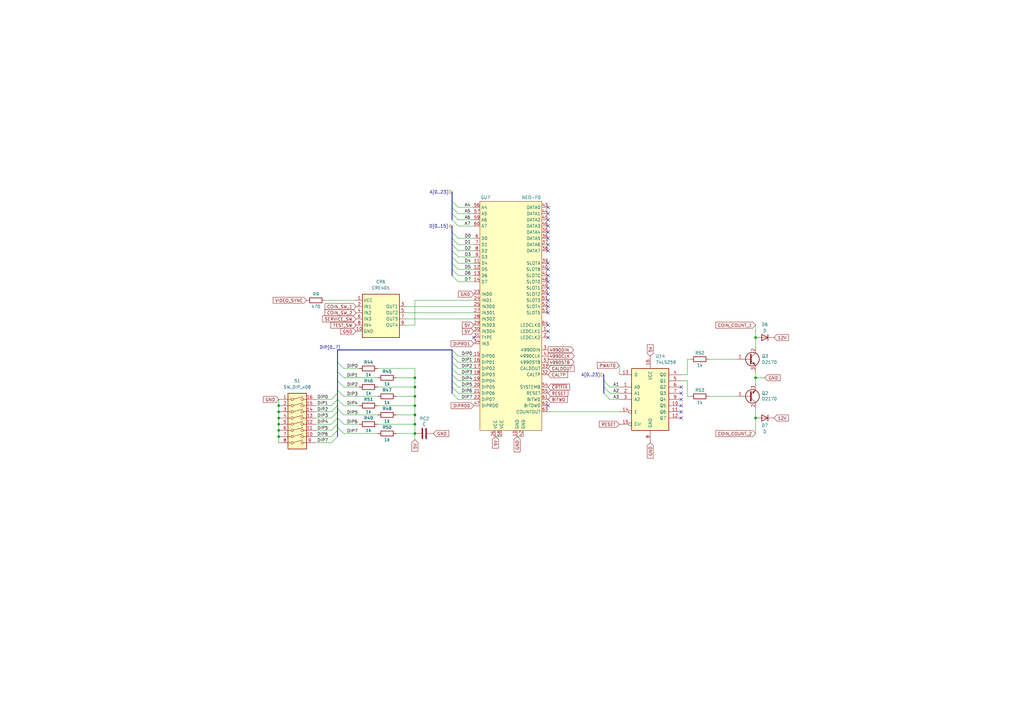
<source format=kicad_sch>
(kicad_sch (version 20250114) (generator "eeschema") (generator_version "9.0")
  (paper "A3")
  (title_block (title "NEO-MVH MV1FZS") (date "2025-10-13") (comment 1 "Not official schematic from SNK") (comment 2 "Use at your own discretion"))
  (lib_symbols
    (symbol "74xx:74LS259" (pin_names (offset 1.016))
      (property "Reference" "U" (at -7.62 13.97 0))
      (property "Value" "74LS259" (at -7.62 -13.97 0))
      (symbol "74LS259_1_0"
        (pin input line (at -12.7 10.16 0) (length 5.08) (name "D") (number "13"))
        (pin input line (at -12.7 5.08 0) (length 5.08) (name "A0") (number "1"))
        (pin input line (at -12.7 2.54 0) (length 5.08) (name "A1") (number "2"))
        (pin input line (at -12.7 0 0) (length 5.08) (name "A2") (number "3"))
        (pin input inverted (at -12.7 -5.08 0) (length 5.08) (name "E") (number "14"))
        (pin input inverted (at -12.7 -10.16 0) (length 5.08) (name "Clr") (number "15"))
        (pin power_in line (at 0 17.78 270) (length 5.08) (name "VCC") (number "16"))
        (pin power_in line (at 0 -17.78 90) (length 5.08) (name "GND") (number "8"))
        (pin output line (at 12.7 10.16 180) (length 5.08) (name "Q0") (number "4"))
        (pin output line (at 12.7 7.62 180) (length 5.08) (name "Q1") (number "5"))
        (pin output line (at 12.7 5.08 180) (length 5.08) (name "Q2") (number "6"))
        (pin output line (at 12.7 2.54 180) (length 5.08) (name "Q3") (number "7"))
        (pin output line (at 12.7 0 180) (length 5.08) (name "Q4") (number "9"))
        (pin output line (at 12.7 -2.54 180) (length 5.08) (name "Q5") (number "10"))
        (pin output line (at 12.7 -5.08 180) (length 5.08) (name "Q6") (number "11"))
        (pin output line (at 12.7 -7.62 180) (length 5.08) (name "Q7") (number "12"))
      )
      (symbol "74LS259_1_1"
        (rectangle (start -7.62 12.7) (end 7.62 -12.7) (stroke (width 0.254)) (fill (type background)))
      )
    )
    (symbol "Device:C" (pin_numbers (hide yes)) (pin_names (offset 0.254))
      (property "Reference" "C" (at 0.635 2.54 0))
      (property "Value" "C" (at 0.635 -2.54 0))
      (symbol "C_0_1"
        (polyline (pts (xy -2.032 0.762) (xy 2.032 0.762)) (stroke (width 0.508)))
        (polyline (pts (xy -2.032 -0.762) (xy 2.032 -0.762)) (stroke (width 0.508)))
      )
      (symbol "C_1_1"
        (pin passive line (at 0 3.81 270) (length 2.794) (name "~") (number "1"))
        (pin passive line (at 0 -3.81 90) (length 2.794) (name "~") (number "2"))
      )
    )
    (symbol "Device:D" (pin_numbers (hide yes)) (pin_names (offset 1.016) (hide yes))
      (property "Reference" "D" (at 0 2.54 0))
      (property "Value" "D" (at 0 -2.54 0))
      (symbol "D_0_1"
        (polyline (pts (xy -1.27 1.27) (xy -1.27 -1.27)) (stroke (width 0.254)))
        (polyline (pts (xy 1.27 1.27) (xy 1.27 -1.27) (xy -1.27 0) (xy 1.27 1.27)) (stroke (width 0.254)))
        (polyline (pts (xy 1.27 0) (xy -1.27 0)))
      )
      (symbol "D_1_1"
        (pin passive line (at -3.81 0 0) (length 2.54) (name "K") (number "1"))
        (pin passive line (at 3.81 0 180) (length 2.54) (name "A") (number "2"))
      )
    )
    (symbol "Device:R" (pin_numbers (hide yes)) (pin_names (offset 0))
      (property "Reference" "R" (at 2.032 0 90))
      (property "Value" "R" (at 0 0 90))
      (symbol "R_0_1"
        (rectangle (start -1.016 -2.54) (end 1.016 2.54) (stroke (width 0.254)))
      )
      (symbol "R_1_1"
        (pin passive line (at 0 3.81 270) (length 1.27) (name "~") (number "1"))
        (pin passive line (at 0 -3.81 90) (length 1.27) (name "~") (number "2"))
      )
    )
    (symbol "Neo Geo:CRE401"
      (property "Reference" "U" (at -7.62 10.16 0))
      (property "Value" "CRE401" (at -7.62 -10.16 0))
      (symbol "CRE401_1_1"
        (rectangle (start -7.62 8.89) (end 7.62 -8.89) (stroke (width 0.254)) (fill (type background)))
        (pin output line (at -10.16 3.81 0) (length 2.54) (name "OUT1") (number "3"))
        (pin output line (at -10.16 1.27 0) (length 2.54) (name "OUT2") (number "5"))
        (pin output line (at -10.16 -1.27 0) (length 2.54) (name "OUT3") (number "7"))
        (pin output line (at -10.16 -3.81 0) (length 2.54) (name "OUT4") (number "9"))
        (pin power_in line (at 10.16 6.35 180) (length 2.54) (name "VCC") (number "1"))
        (pin input line (at 10.16 3.81 180) (length 2.54) (name "IN1") (number "2"))
        (pin input line (at 10.16 1.27 180) (length 2.54) (name "IN2") (number "4"))
        (pin input line (at 10.16 -1.27 180) (length 2.54) (name "IN3") (number "6"))
        (pin input line (at 10.16 -3.81 180) (length 2.54) (name "IN4") (number "8"))
        (pin power_in line (at 10.16 -6.35 180) (length 2.54) (name "GND") (number "10"))
      )
    )
    (symbol "Neo Geo:NEO-F0"
      (property "Reference" "U" (at 0 0 0))
      (symbol "NEO-F0_1_1"
        (rectangle (start -12.7 48.26) (end 12.7 -45.72) (fill (type background)))
        (pin input line (at -15.24 45.72 0) (length 2.54) (name "A4") (number "56"))
        (pin input line (at -15.24 43.18 0) (length 2.54) (name "A5") (number "57"))
        (pin input line (at -15.24 40.64 0) (length 2.54) (name "A6") (number "59"))
        (pin input line (at -15.24 38.1 0) (length 2.54) (name "A7") (number "60"))
        (pin bidirectional line (at -15.24 33.02 0) (length 2.54) (name "D0") (number "6"))
        (pin bidirectional line (at -15.24 30.48 0) (length 2.54) (name "D1") (number "7"))
        (pin bidirectional line (at -15.24 27.94 0) (length 2.54) (name "D2") (number "8"))
        (pin bidirectional line (at -15.24 25.4 0) (length 2.54) (name "D3") (number "9"))
        (pin bidirectional line (at -15.24 22.86 0) (length 2.54) (name "D4") (number "11"))
        (pin bidirectional line (at -15.24 20.32 0) (length 2.54) (name "D5") (number "12"))
        (pin bidirectional line (at -15.24 17.78 0) (length 2.54) (name "D6") (number "13"))
        (pin bidirectional line (at -15.24 15.24 0) (length 2.54) (name "D7") (number "14"))
        (pin input line (at -15.24 10.16 0) (length 2.54) (name "IN00") (number "23"))
        (pin input line (at -15.24 7.62 0) (length 2.54) (name "IN01") (number "24"))
        (pin input line (at -15.24 5.08 0) (length 2.54) (name "IN300") (number "25"))
        (pin input line (at -15.24 2.54 0) (length 2.54) (name "IN301") (number "27"))
        (pin input line (at -15.24 0 0) (length 2.54) (name "IN302") (number "28"))
        (pin input line (at -15.24 -2.54 0) (length 2.54) (name "IN303") (number "29"))
        (pin input line (at -15.24 -5.08 0) (length 2.54) (name "IN304") (number "30"))
        (pin input line (at -15.24 -7.62 0) (length 2.54) (name "TYPE") (number "31"))
        (pin input line (at -15.24 -10.16 0) (length 2.54) (name "IN3") (number "34"))
        (pin input line (at -15.24 -15.24 0) (length 2.54) (name "DIP00") (number "15"))
        (pin input line (at -15.24 -17.78 0) (length 2.54) (name "DIP01") (number "16"))
        (pin input line (at -15.24 -20.32 0) (length 2.54) (name "DIP02") (number "17"))
        (pin input line (at -15.24 -22.86 0) (length 2.54) (name "DIP03") (number "18"))
        (pin input line (at -15.24 -25.4 0) (length 2.54) (name "DIP04") (number "19"))
        (pin input line (at -15.24 -27.94 0) (length 2.54) (name "DIP05") (number "20"))
        (pin input line (at -15.24 -30.48 0) (length 2.54) (name "DIP06") (number "21"))
        (pin input line (at -15.24 -33.02 0) (length 2.54) (name "DIP07") (number "22"))
        (pin input line (at -15.24 -35.56 0) (length 2.54) (name "DIPRD0") (number "47"))
        (pin power_in line (at -6.35 -48.26 90) (length 2.54) (name "VCC") (number "26"))
        (pin power_in line (at -3.81 -48.26 90) (length 2.54) (name "VCC") (number "58"))
        (pin power_in line (at 2.54 -48.26 90) (length 2.54) (name "GND") (number "10"))
        (pin power_in line (at 5.08 -48.26 90) (length 2.54) (name "GND") (number "42"))
        (pin output line (at 15.24 45.72 180) (length 2.54) (name "DATA0") (number "43"))
        (pin output line (at 15.24 43.18 180) (length 2.54) (name "DATA1") (number "44"))
        (pin output line (at 15.24 40.64 180) (length 2.54) (name "DATA2") (number "45"))
        (pin output line (at 15.24 38.1 180) (length 2.54) (name "DATA3") (number "46"))
        (pin output line (at 15.24 35.56 180) (length 2.54) (name "DATA4") (number "35"))
        (pin output line (at 15.24 33.02 180) (length 2.54) (name "DATA5") (number "36"))
        (pin output line (at 15.24 30.48 180) (length 2.54) (name "DATA6") (number "37"))
        (pin output line (at 15.24 27.94 180) (length 2.54) (name "DATA7") (number "38"))
        (pin output line (at 15.24 22.86 180) (length 2.54) (name "SLOTA") (number "39"))
        (pin output line (at 15.24 20.32 180) (length 2.54) (name "SLOTB") (number "40"))
        (pin output line (at 15.24 17.78 180) (length 2.54) (name "SLOTC") (number "41"))
        (pin output line (at 15.24 15.24 180) (length 2.54) (name "SLOT0") (number "48"))
        (pin output line (at 15.24 12.7 180) (length 2.54) (name "SLOT1") (number "49"))
        (pin output line (at 15.24 10.16 180) (length 2.54) (name "SLOT2") (number "50"))
        (pin output line (at 15.24 7.62 180) (length 2.54) (name "SLOT3") (number "51"))
        (pin output line (at 15.24 5.08 180) (length 2.54) (name "SLOT4") (number "52"))
        (pin output line (at 15.24 2.54 180) (length 2.54) (name "SLOT5") (number "53"))
        (pin output line (at 15.24 -2.54 180) (length 2.54) (name "LEDCLK0") (number "64"))
        (pin output line (at 15.24 -5.08 180) (length 2.54) (name "LEDCLK1") (number "1"))
        (pin output line (at 15.24 -7.62 180) (length 2.54) (name "LEDCLK2") (number "2"))
        (pin output line (at 15.24 -12.7 180) (length 2.54) (name "4990DIN") (number "3"))
        (pin output line (at 15.24 -15.24 180) (length 2.54) (name "4990CLK") (number "4"))
        (pin output line (at 15.24 -17.78 180) (length 2.54) (name "4990STB") (number "5"))
        (pin input line (at 15.24 -20.32 180) (length 2.54) (name "CALDOUT") (number "33"))
        (pin input line (at 15.24 -22.86 180) (length 2.54) (name "CALTP") (number "32"))
        (pin input line (at 15.24 -27.94 180) (length 2.54) (name "SYSTEMB") (number "54"))
        (pin input line (at 15.24 -30.48 180) (length 2.54) (name "RESET") (number "55"))
        (pin input line (at 15.24 -33.02 180) (length 2.54) (name "BITW0") (number "61"))
        (pin output line (at 15.24 -35.56 180) (length 2.54) (name "BITDW0") (number "62"))
        (pin output line (at 15.24 -38.1 180) (length 2.54) (name "COUNTOUT") (number "63"))
      )
    )
    (symbol "R_1" (pin_numbers (hide yes)) (pin_names (offset 0))
      (property "Reference" "R9" (at 2.54 0 90))
      (property "Value" "470" (at -2.54 0 90))
      (symbol "R_1_0_1"
        (rectangle (start -1.016 -2.54) (end 1.016 2.54) (stroke (width 0.254)))
      )
      (symbol "R_1_1_1"
        (pin power_out line (at 0 3.81 270) (length 1.27) (name "~") (number "1"))
        (pin passive line (at 0 -3.81 90) (length 1.27) (name "~") (number "2"))
      )
    )
    (symbol "Switch:SW_DIP_x08" (pin_names (offset 0) (hide yes))
      (property "Reference" "SW" (at 0 13.97 0))
      (property "Value" "SW_DIP_x08" (at 0 -11.43 0))
      (symbol "SW_DIP_x08_0_0"
        (circle (center -2.032 10.16) (radius 0.508))
        (circle (center -2.032 7.62) (radius 0.508))
        (circle (center -2.032 5.08) (radius 0.508))
        (circle (center -2.032 2.54) (radius 0.508))
        (circle (center -2.032 0) (radius 0.508))
        (circle (center -2.032 -2.54) (radius 0.508))
        (circle (center -2.032 -5.08) (radius 0.508))
        (circle (center -2.032 -7.62) (radius 0.508))
        (polyline (pts (xy -1.524 10.287) (xy 2.3622 11.3284)))
        (polyline (pts (xy -1.524 7.747) (xy 2.3622 8.7884)))
        (polyline (pts (xy -1.524 5.207) (xy 2.3622 6.2484)))
        (polyline (pts (xy -1.524 2.667) (xy 2.3622 3.7084)))
        (polyline (pts (xy -1.524 0.127) (xy 2.3622 1.1684)))
        (polyline (pts (xy -1.524 -2.3876) (xy 2.3622 -1.3462)))
        (polyline (pts (xy -1.524 -4.9276) (xy 2.3622 -3.8862)))
        (polyline (pts (xy -1.524 -7.4676) (xy 2.3622 -6.4262)))
        (circle (center 2.032 10.16) (radius 0.508))
        (circle (center 2.032 7.62) (radius 0.508))
        (circle (center 2.032 5.08) (radius 0.508))
        (circle (center 2.032 2.54) (radius 0.508))
        (circle (center 2.032 0) (radius 0.508))
        (circle (center 2.032 -2.54) (radius 0.508))
        (circle (center 2.032 -5.08) (radius 0.508))
        (circle (center 2.032 -7.62) (radius 0.508))
      )
      (symbol "SW_DIP_x08_0_1"
        (rectangle (start -3.81 12.7) (end 3.81 -10.16) (stroke (width 0.254)) (fill (type background)))
      )
      (symbol "SW_DIP_x08_1_1"
        (pin passive line (at -7.62 10.16 0) (length 5.08) (name "~") (number "1"))
        (pin passive line (at -7.62 7.62 0) (length 5.08) (name "~") (number "2"))
        (pin passive line (at -7.62 5.08 0) (length 5.08) (name "~") (number "3"))
        (pin passive line (at -7.62 2.54 0) (length 5.08) (name "~") (number "4"))
        (pin passive line (at -7.62 0 0) (length 5.08) (name "~") (number "5"))
        (pin passive line (at -7.62 -2.54 0) (length 5.08) (name "~") (number "6"))
        (pin passive line (at -7.62 -5.08 0) (length 5.08) (name "~") (number "7"))
        (pin passive line (at -7.62 -7.62 0) (length 5.08) (name "~") (number "8"))
        (pin passive line (at 7.62 10.16 180) (length 5.08) (name "~") (number "16"))
        (pin passive line (at 7.62 7.62 180) (length 5.08) (name "~") (number "15"))
        (pin passive line (at 7.62 5.08 180) (length 5.08) (name "~") (number "14"))
        (pin passive line (at 7.62 2.54 180) (length 5.08) (name "~") (number "13"))
        (pin passive line (at 7.62 0 180) (length 5.08) (name "~") (number "12"))
        (pin passive line (at 7.62 -2.54 180) (length 5.08) (name "~") (number "11"))
        (pin passive line (at 7.62 -5.08 180) (length 5.08) (name "~") (number "10"))
        (pin passive line (at 7.62 -7.62 180) (length 5.08) (name "~") (number "9"))
      )
    )
    (symbol "Transistor_BJT:BCX56" (pin_names (offset 0) (hide yes))
      (property "Reference" "Q" (at 5.08 1.905 0))
      (property "Value" "BCX56" (at 5.08 0 0))
      (symbol "BCX56_0_1"
        (polyline (pts (xy -2.54 0) (xy 0.635 0)))
        (polyline (pts (xy 0.635 1.905) (xy 0.635 -1.905)) (stroke (width 0.508)))
        (circle (center 1.27 0) (radius 2.8194) (stroke (width 0.254)))
      )
      (symbol "BCX56_1_1"
        (polyline (pts (xy 0.635 0.635) (xy 2.54 2.54)))
        (polyline (pts (xy 0.635 -0.635) (xy 2.54 -2.54)))
        (polyline (pts (xy 1.27 -1.778) (xy 1.778 -1.27) (xy 2.286 -2.286) (xy 1.27 -1.778)) (fill (type outline)))
        (pin input line (at -5.08 0 0) (length 2.54) (name "B") (number "1"))
        (pin passive line (at 2.54 5.08 270) (length 2.54) (name "C") (number "2"))
        (pin passive line (at 2.54 -5.08 90) (length 2.54) (name "E") (number "3"))
      )
    )
  )
  (junction (at 114.3 173.99))
  (junction (at 309.88 154.94))
  (junction (at 114.3 179.07))
  (junction (at 114.3 166.37))
  (junction (at 170.18 170.18))
  (junction (at 170.18 154.94))
  (junction (at 170.18 177.8))
  (junction (at 309.88 171.45))
  (junction (at 170.18 158.75))
  (junction (at 309.88 138.43))
  (junction (at 114.3 176.53))
  (junction (at 114.3 171.45))
  (junction (at 170.18 166.37))
  (junction (at 170.18 162.56))
  (junction (at 170.18 173.99))
  (junction (at 114.3 168.91))
  (no_connect (at 279.4 168.91))
  (no_connect (at 224.79 123.19))
  (no_connect (at 224.79 92.71))
  (no_connect (at 224.79 85.09))
  (no_connect (at 224.79 120.65))
  (no_connect (at 224.79 135.89))
  (no_connect (at 224.79 113.03))
  (no_connect (at 224.79 102.87))
  (no_connect (at 279.4 161.29))
  (no_connect (at 224.79 100.33))
  (no_connect (at 224.79 138.43))
  (no_connect (at 279.4 163.83))
  (no_connect (at 224.79 125.73))
  (no_connect (at 279.4 171.45))
  (no_connect (at 224.79 128.27))
  (no_connect (at 279.4 166.37))
  (no_connect (at 224.79 115.57))
  (no_connect (at 224.79 118.11))
  (no_connect (at 279.4 158.75))
  (no_connect (at 224.79 107.95))
  (no_connect (at 224.79 110.49))
  (no_connect (at 224.79 90.17))
  (no_connect (at 224.79 87.63))
  (no_connect (at 224.79 95.25))
  (no_connect (at 224.79 166.37))
  (no_connect (at 224.79 97.79))
  (no_connect (at 224.79 133.35))
  (no_connect (at 194.31 138.43))
  (bus_entry (at 138.43 176.53) (size -2.54 2.54))
  (bus_entry (at 138.43 173.99) (size -2.54 2.54))
  (bus_entry (at 247.65 156.21) (size 2.54 2.54))
  (bus_entry (at 185.42 100.33) (size 2.54 2.54))
  (bus_entry (at 185.42 143.51) (size 2.54 2.54))
  (bus_entry (at 138.43 156.21) (size 2.54 2.54))
  (bus_entry (at 185.42 148.59) (size 2.54 2.54))
  (bus_entry (at 185.42 95.25) (size 2.54 2.54))
  (bus_entry (at 185.42 158.75) (size 2.54 2.54))
  (bus_entry (at 138.43 179.07) (size -2.54 2.54))
  (bus_entry (at 247.65 161.29) (size 2.54 2.54))
  (bus_entry (at 138.43 171.45) (size -2.54 2.54))
  (bus_entry (at 185.42 153.67) (size 2.54 2.54))
  (bus_entry (at 138.43 160.02) (size 2.54 2.54))
  (bus_entry (at 138.43 167.64) (size 2.54 2.54))
  (bus_entry (at 138.43 168.91) (size -2.54 2.54))
  (bus_entry (at 185.42 85.09) (size 2.54 2.54))
  (bus_entry (at 185.42 82.55) (size 2.54 2.54))
  (bus_entry (at 185.42 107.95) (size 2.54 2.54))
  (bus_entry (at 185.42 146.05) (size 2.54 2.54))
  (bus_entry (at 138.43 166.37) (size -2.54 2.54))
  (bus_entry (at 247.65 158.75) (size 2.54 2.54))
  (bus_entry (at 185.42 110.49) (size 2.54 2.54))
  (bus_entry (at 138.43 171.45) (size 2.54 2.54))
  (bus_entry (at 138.43 161.29) (size -2.54 2.54))
  (bus_entry (at 185.42 156.21) (size 2.54 2.54))
  (bus_entry (at 138.43 163.83) (size 2.54 2.54))
  (bus_entry (at 185.42 161.29) (size 2.54 2.54))
  (bus_entry (at 185.42 102.87) (size 2.54 2.54))
  (bus_entry (at 185.42 87.63) (size 2.54 2.54))
  (bus_entry (at 138.43 148.59) (size 2.54 2.54))
  (bus_entry (at 138.43 175.26) (size 2.54 2.54))
  (bus_entry (at 185.42 151.13) (size 2.54 2.54))
  (bus_entry (at 185.42 105.41) (size 2.54 2.54))
  (bus_entry (at 185.42 113.03) (size 2.54 2.54))
  (bus_entry (at 185.42 97.79) (size 2.54 2.54))
  (bus_entry (at 185.42 90.17) (size 2.54 2.54))
  (bus_entry (at 138.43 163.83) (size -2.54 2.54))
  (bus_entry (at 138.43 152.4) (size 2.54 2.54))
  (wire (pts (xy 162.56 162.56) (xy 170.18 162.56)))
  (bus (pts (xy 138.43 160.02) (xy 138.43 161.29)))
  (wire (pts (xy 114.3 168.91) (xy 114.3 171.45)))
  (wire (pts (xy 203.2 179.07) (xy 205.74 179.07)))
  (wire (pts (xy 281.94 156.21) (xy 279.4 156.21)))
  (wire (pts (xy 212.09 179.07) (xy 214.63 179.07)))
  (wire (pts (xy 114.3 171.45) (xy 114.3 173.99)))
  (wire (pts (xy 114.3 173.99) (xy 114.3 176.53)))
  (bus (pts (xy 185.42 148.59) (xy 185.42 151.13)))
  (wire (pts (xy 283.21 162.56) (xy 281.94 162.56)))
  (wire (pts (xy 187.96 115.57) (xy 194.31 115.57)))
  (bus (pts (xy 185.42 156.21) (xy 185.42 158.75)))
  (wire (pts (xy 170.18 151.13) (xy 170.18 154.94)))
  (wire (pts (xy 140.97 177.8) (xy 154.94 177.8)))
  (wire (pts (xy 135.89 181.61) (xy 129.54 181.61)))
  (wire (pts (xy 281.94 153.67) (xy 279.4 153.67)))
  (bus (pts (xy 185.42 78.74) (xy 185.42 82.55)))
  (bus (pts (xy 138.43 171.45) (xy 138.43 173.99)))
  (bus (pts (xy 138.43 167.64) (xy 138.43 168.91)))
  (wire (pts (xy 140.97 154.94) (xy 154.94 154.94)))
  (bus (pts (xy 185.42 143.51) (xy 185.42 146.05)))
  (wire (pts (xy 140.97 162.56) (xy 154.94 162.56)))
  (bus (pts (xy 185.42 110.49) (xy 185.42 113.03)))
  (wire (pts (xy 187.96 102.87) (xy 194.31 102.87)))
  (bus (pts (xy 138.43 156.21) (xy 138.43 160.02)))
  (wire (pts (xy 114.3 179.07) (xy 114.3 181.61)))
  (bus (pts (xy 138.43 166.37) (xy 138.43 167.64)))
  (wire (pts (xy 187.96 148.59) (xy 194.31 148.59)))
  (bus (pts (xy 138.43 161.29) (xy 138.43 163.83)))
  (wire (pts (xy 187.96 107.95) (xy 194.31 107.95)))
  (wire (pts (xy 135.89 176.53) (xy 129.54 176.53)))
  (wire (pts (xy 309.88 138.43) (xy 309.88 142.24)))
  (bus (pts (xy 247.65 153.67) (xy 247.65 156.21)))
  (wire (pts (xy 309.88 177.8) (xy 309.88 171.45)))
  (wire (pts (xy 170.18 162.56) (xy 170.18 166.37)))
  (wire (pts (xy 187.96 153.67) (xy 194.31 153.67)))
  (bus (pts (xy 138.43 143.51) (xy 138.43 148.59)))
  (wire (pts (xy 135.89 179.07) (xy 129.54 179.07)))
  (wire (pts (xy 309.88 171.45) (xy 309.88 167.64)))
  (wire (pts (xy 170.18 177.8) (xy 170.18 173.99)))
  (wire (pts (xy 140.97 170.18) (xy 154.94 170.18)))
  (bus (pts (xy 185.42 87.63) (xy 185.42 90.17)))
  (bus (pts (xy 185.42 158.75) (xy 185.42 161.29)))
  (wire (pts (xy 133.35 123.19) (xy 146.05 123.19)))
  (wire (pts (xy 187.96 85.09) (xy 194.31 85.09)))
  (bus (pts (xy 185.42 92.71) (xy 185.42 95.25)))
  (wire (pts (xy 302.26 162.56) (xy 290.83 162.56)))
  (wire (pts (xy 187.96 97.79) (xy 194.31 97.79)))
  (wire (pts (xy 154.94 151.13) (xy 170.18 151.13)))
  (wire (pts (xy 309.88 154.94) (xy 309.88 152.4)))
  (wire (pts (xy 170.18 173.99) (xy 170.18 170.18)))
  (bus (pts (xy 185.42 97.79) (xy 185.42 100.33)))
  (wire (pts (xy 114.3 166.37) (xy 114.3 168.91)))
  (bus (pts (xy 138.43 176.53) (xy 138.43 179.07)))
  (bus (pts (xy 185.42 153.67) (xy 185.42 156.21)))
  (wire (pts (xy 187.96 158.75) (xy 194.31 158.75)))
  (wire (pts (xy 281.94 162.56) (xy 281.94 156.21)))
  (bus (pts (xy 138.43 152.4) (xy 138.43 156.21)))
  (wire (pts (xy 114.3 176.53) (xy 114.3 179.07)))
  (bus (pts (xy 138.43 173.99) (xy 138.43 175.26)))
  (bus (pts (xy 185.42 146.05) (xy 185.42 148.59)))
  (wire (pts (xy 254 149.86) (xy 254 153.67)))
  (bus (pts (xy 138.43 163.83) (xy 138.43 166.37)))
  (wire (pts (xy 154.94 158.75) (xy 170.18 158.75)))
  (wire (pts (xy 309.88 133.35) (xy 309.88 138.43)))
  (wire (pts (xy 187.96 113.03) (xy 194.31 113.03)))
  (wire (pts (xy 187.96 156.21) (xy 194.31 156.21)))
  (bus (pts (xy 185.42 151.13) (xy 185.42 153.67)))
  (wire (pts (xy 309.88 154.94) (xy 309.88 157.48)))
  (wire (pts (xy 166.37 128.27) (xy 194.31 128.27)))
  (bus (pts (xy 138.43 148.59) (xy 138.43 152.4)))
  (wire (pts (xy 140.97 166.37) (xy 147.32 166.37)))
  (wire (pts (xy 140.97 151.13) (xy 147.32 151.13)))
  (wire (pts (xy 187.96 90.17) (xy 194.31 90.17)))
  (bus (pts (xy 185.42 105.41) (xy 185.42 107.95)))
  (wire (pts (xy 187.96 110.49) (xy 194.31 110.49)))
  (wire (pts (xy 187.96 87.63) (xy 194.31 87.63)))
  (wire (pts (xy 140.97 158.75) (xy 147.32 158.75)))
  (wire (pts (xy 162.56 154.94) (xy 170.18 154.94)))
  (wire (pts (xy 166.37 130.81) (xy 194.31 130.81)))
  (wire (pts (xy 162.56 177.8) (xy 170.18 177.8)))
  (wire (pts (xy 140.97 173.99) (xy 147.32 173.99)))
  (wire (pts (xy 170.18 123.19) (xy 194.31 123.19)))
  (wire (pts (xy 187.96 105.41) (xy 194.31 105.41)))
  (wire (pts (xy 290.83 147.32) (xy 302.26 147.32)))
  (wire (pts (xy 187.96 92.71) (xy 194.31 92.71)))
  (wire (pts (xy 135.89 166.37) (xy 129.54 166.37)))
  (wire (pts (xy 187.96 163.83) (xy 194.31 163.83)))
  (wire (pts (xy 187.96 100.33) (xy 194.31 100.33)))
  (bus (pts (xy 185.42 100.33) (xy 185.42 102.87)))
  (wire (pts (xy 135.89 168.91) (xy 129.54 168.91)))
  (wire (pts (xy 281.94 147.32) (xy 281.94 153.67)))
  (bus (pts (xy 138.43 168.91) (xy 138.43 171.45)))
  (bus (pts (xy 247.65 156.21) (xy 247.65 158.75)))
  (bus (pts (xy 185.42 107.95) (xy 185.42 110.49)))
  (wire (pts (xy 154.94 166.37) (xy 170.18 166.37)))
  (wire (pts (xy 313.69 154.94) (xy 309.88 154.94)))
  (bus (pts (xy 185.42 95.25) (xy 185.42 97.79)))
  (wire (pts (xy 250.19 161.29) (xy 254 161.29)))
  (wire (pts (xy 170.18 158.75) (xy 170.18 162.56)))
  (wire (pts (xy 154.94 173.99) (xy 170.18 173.99)))
  (bus (pts (xy 185.42 82.55) (xy 185.42 85.09)))
  (wire (pts (xy 170.18 154.94) (xy 170.18 158.75)))
  (wire (pts (xy 162.56 170.18) (xy 170.18 170.18)))
  (wire (pts (xy 224.79 168.91) (xy 254 168.91)))
  (bus (pts (xy 185.42 85.09) (xy 185.42 87.63)))
  (wire (pts (xy 170.18 180.34) (xy 170.18 177.8)))
  (bus (pts (xy 138.43 175.26) (xy 138.43 176.53)))
  (wire (pts (xy 250.19 158.75) (xy 254 158.75)))
  (wire (pts (xy 135.89 173.99) (xy 129.54 173.99)))
  (bus (pts (xy 185.42 102.87) (xy 185.42 105.41)))
  (wire (pts (xy 166.37 133.35) (xy 170.18 133.35)))
  (wire (pts (xy 250.19 163.83) (xy 254 163.83)))
  (wire (pts (xy 187.96 146.05) (xy 194.31 146.05)))
  (wire (pts (xy 135.89 163.83) (xy 129.54 163.83)))
  (wire (pts (xy 170.18 133.35) (xy 170.18 123.19)))
  (wire (pts (xy 166.37 125.73) (xy 194.31 125.73)))
  (wire (pts (xy 187.96 161.29) (xy 194.31 161.29)))
  (wire (pts (xy 283.21 147.32) (xy 281.94 147.32)))
  (bus (pts (xy 185.42 143.51) (xy 138.43 143.51)))
  (wire (pts (xy 114.3 163.83) (xy 114.3 166.37)))
  (wire (pts (xy 135.89 171.45) (xy 129.54 171.45)))
  (wire (pts (xy 170.18 170.18) (xy 170.18 166.37)))
  (bus (pts (xy 247.65 158.75) (xy 247.65 161.29)))
  (wire (pts (xy 187.96 151.13) (xy 194.31 151.13)))
  (label "DIP4" (at 134.62 173.99 180))
  (label "DIP1" (at 189.23 148.59 0))
  (label "D7" (at 190.5 115.57 0))
  (label "DIP7" (at 189.23 163.83 0))
  (label "DIP4" (at 189.23 156.21 0))
  (label "DIP2" (at 142.24 158.75 0))
  (label "D4" (at 190.5 107.95 0))
  (label "DIP5" (at 134.62 176.53 180))
  (label "A6" (at 190.5 90.17 0))
  (label "D2" (at 190.5 102.87 0))
  (label "DIP6" (at 142.24 173.99 0))
  (label "D1" (at 190.5 100.33 0))
  (label "DIP0" (at 189.23 146.05 0))
  (label "A1" (at 251.46 158.75 0))
  (label "D6" (at 190.5 113.03 0))
  (label "DIP2" (at 134.62 168.91 180))
  (label "DIP3" (at 189.23 153.67 0))
  (label "DIP1" (at 134.62 166.37 180))
  (label "DIP3" (at 142.24 162.56 0))
  (label "D3" (at 190.5 105.41 0))
  (label "DIP1" (at 142.24 154.94 0))
  (label "DIP0" (at 134.62 163.83 180))
  (label "A4" (at 190.5 85.09 0))
  (label "A2" (at 251.46 161.29 0))
  (label "DIP0" (at 142.24 151.13 0))
  (label "A5" (at 190.5 87.63 0))
  (label "DIP3" (at 134.62 171.45 180))
  (label "A3" (at 251.46 163.83 0))
  (label "DIP5" (at 142.24 170.18 0))
  (label "DIP7" (at 142.24 177.8 0))
  (label "DIP6" (at 134.62 179.07 180))
  (label "DIP6" (at 189.23 161.29 0))
  (label "DIP[0..7]" (at 139.7 143.51 180))
  (label "D0" (at 190.5 97.79 0))
  (label "DIP2" (at 189.23 151.13 0))
  (label "DIP4" (at 142.24 166.37 0))
  (label "A7" (at 190.5 92.71 0))
  (label "DIP5" (at 189.23 158.75 0))
  (label "DIP7" (at 134.62 181.61 180))
  (label "D5" (at 190.5 110.49 0))
  (global_label "CALTP" (shape input) (at 224.79 153.67 0) (property "Intersheetrefs" "${INTERSHEET_REFS}" (effects (hide yes))))
  (global_label "GND" (shape input) (at 313.69 154.94 0) (property "Intersheetrefs" "${INTERSHEET_REFS}" (effects (hide yes))))
  (global_label "COIN_SW_2" (shape input) (at 146.05 128.27 180) (property "Intersheetrefs" "${INTERSHEET_REFS}" (effects (hide yes))))
  (global_label "DIPRD0" (shape input) (at 194.31 166.37 180) (property "Intersheetrefs" "${INTERSHEET_REFS}" (effects (hide yes))))
  (global_label "GND" (shape input) (at 146.05 135.89 180) (property "Intersheetrefs" "${INTERSHEET_REFS}" (effects (hide yes))))
  (global_label "TEST_SW" (shape input) (at 146.05 133.35 180) (property "Intersheetrefs" "${INTERSHEET_REFS}" (effects (hide yes))))
  (global_label "PWAIT0" (shape input) (at 254 149.86 180) (property "Intersheetrefs" "${INTERSHEET_REFS}" (effects (hide yes))))
  (global_label "VIDEO_SYNC" (shape input) (at 125.73 123.19 180) (property "Intersheetrefs" "${INTERSHEET_REFS}" (effects (hide yes))))
  (global_label "5V" (shape input) (at 266.7 146.05 90) (property "Intersheetrefs" "${INTERSHEET_REFS}" (effects (hide yes))))
  (global_label "GND" (shape input) (at 266.7 181.61 270) (property "Intersheetrefs" "${INTERSHEET_REFS}" (effects (hide yes))))
  (global_label "BITW0" (shape input) (at 224.79 163.83 0) (property "Intersheetrefs" "${INTERSHEET_REFS}" (effects (hide yes))))
  (global_label "GND" (shape input) (at 177.8 177.8 0) (property "Intersheetrefs" "${INTERSHEET_REFS}" (effects (hide yes))))
  (global_label "COIN_COUNT_2" (shape input) (at 309.88 177.8 180) (property "Intersheetrefs" "${INTERSHEET_REFS}" (effects (hide yes))))
  (global_label "COIN_COUNT_1" (shape input) (at 309.88 133.35 180) (property "Intersheetrefs" "${INTERSHEET_REFS}" (effects (hide yes))))
  (global_label "GND" (shape input) (at 114.3 163.83 180) (property "Intersheetrefs" "${INTERSHEET_REFS}" (effects (hide yes))))
  (global_label "~{CRTFIX}" (shape input) (at 224.79 158.75 0) (property "Intersheetrefs" "${INTERSHEET_REFS}" (effects (hide yes))))
  (global_label "COIN_SW_1" (shape input) (at 146.05 125.73 180) (property "Intersheetrefs" "${INTERSHEET_REFS}" (effects (hide yes))))
  (global_label "4990CLK" (shape output) (at 224.79 146.05 0) (property "Intersheetrefs" "${INTERSHEET_REFS}" (effects (hide yes))))
  (global_label "GND" (shape input) (at 194.31 120.65 180) (property "Intersheetrefs" "${INTERSHEET_REFS}" (effects (hide yes))))
  (global_label "5V" (shape input) (at 194.31 135.89 180) (property "Intersheetrefs" "${INTERSHEET_REFS}" (effects (hide yes))))
  (global_label "4990STB" (shape output) (at 224.79 148.59 0) (property "Intersheetrefs" "${INTERSHEET_REFS}" (effects (hide yes))))
  (global_label "CALDOUT" (shape input) (at 224.79 151.13 0) (property "Intersheetrefs" "${INTERSHEET_REFS}" (effects (hide yes))))
  (global_label "5V" (shape input) (at 194.31 133.35 180) (property "Intersheetrefs" "${INTERSHEET_REFS}" (effects (hide yes))))
  (global_label "DIPRD1" (shape input) (at 194.31 140.97 180) (property "Intersheetrefs" "${INTERSHEET_REFS}" (effects (hide yes))))
  (global_label "5V" (shape input) (at 170.18 180.34 270) (property "Intersheetrefs" "${INTERSHEET_REFS}" (effects (hide yes))))
  (global_label "RESET" (shape input) (at 224.79 161.29 0) (property "Intersheetrefs" "${INTERSHEET_REFS}" (effects (hide yes))))
  (global_label "12V" (shape input) (at 317.5 138.43 0) (property "Intersheetrefs" "${INTERSHEET_REFS}" (effects (hide yes))))
  (global_label "SERVICE_SW" (shape input) (at 146.05 130.81 180) (property "Intersheetrefs" "${INTERSHEET_REFS}" (effects (hide yes))))
  (global_label "GND" (shape input) (at 212.09 179.07 270) (property "Intersheetrefs" "${INTERSHEET_REFS}" (effects (hide yes))))
  (global_label "5V" (shape input) (at 203.2 179.07 270) (property "Intersheetrefs" "${INTERSHEET_REFS}" (effects (hide yes))))
  (global_label "12V" (shape input) (at 317.5 171.45 0) (property "Intersheetrefs" "${INTERSHEET_REFS}" (effects (hide yes))))
  (global_label "RESET" (shape input) (at 254 173.99 180) (property "Intersheetrefs" "${INTERSHEET_REFS}" (effects (hide yes))))
  (global_label "4990DIN" (shape output) (at 224.79 143.51 0) (property "Intersheetrefs" "${INTERSHEET_REFS}" (effects (hide yes))))
  (hierarchical_label "D[0..15]" (shape bidirectional) (at 185.42 92.71 180))
  (hierarchical_label "A[0..23]" (shape input) (at 185.42 78.74 180))
  (hierarchical_label "A[0..23]" (shape input) (at 247.65 153.67 180))
  (symbol (lib_id "Device:D") (at 313.69 138.43 180) (unit 1)
    (property "Reference" "D6" (at 313.69 133.096 0))
    (property "Value" "D" (at 313.69 135.636 0))
    (property "Description" "Diode" (effects (hide yes)))
    (property "Sim.Device" "D" (effects (hide yes)))
    (property "Sim.Pins" "1=K 2=A" (effects (hide yes)))
  )
  (symbol (lib_id "Switch:SW_DIP_x08") (at 121.92 173.99 0) (unit 1)
    (property "Reference" "S1" (at 121.92 156.21 0))
    (property "Value" "SW_DIP_x08" (at 121.92 158.75 0))
    (property "Description" "8x DIP Switch, Single Pole Single Throw (SPST) switch, small symbol" (effects (hide yes)))
  )
  (symbol (lib_id "74xx:74LS259") (at 266.7 163.83 0) (unit 1)
    (property "Reference" "U14" (at 268.8433 146.05 0) (effects (justify left)))
    (property "Value" "74LS259" (at 268.8433 148.59 0) (effects (justify left)))
    (property "Datasheet" "http://www.ti.com/lit/gpn/sn74LS259" (effects (hide yes)))
    (property "Description" "8-bit addressable latch" (effects (hide yes)))
  )
  (symbol (lib_id "Device:R") (at 151.13 151.13 270) (mirror x) (unit 1)
    (property "Reference" "R44" (at 151.13 148.59 90))
    (property "Value" "1k" (at 151.13 153.67 90))
    (property "Description" "Resistor" (effects (hide yes)))
  )
  (symbol (lib_id "Device:R") (at 287.02 162.56 270) (mirror x) (unit 1)
    (property "Reference" "R53" (at 287.02 160.02 90))
    (property "Value" "1k" (at 287.02 165.1 90))
    (property "Description" "Resistor" (effects (hide yes)))
  )
  (symbol (lib_id "Device:R") (at 151.13 158.75 270) (mirror x) (unit 1)
    (property "Reference" "R46" (at 151.13 156.21 90))
    (property "Value" "1k" (at 151.13 161.29 90))
    (property "Description" "Resistor" (effects (hide yes)))
  )
  (symbol (lib_id "Device:R") (at 158.75 170.18 270) (mirror x) (unit 1)
    (property "Reference" "R48" (at 158.75 167.64 90))
    (property "Value" "1k" (at 158.75 172.72 90))
    (property "Description" "Resistor" (effects (hide yes)))
  )
  (symbol (lib_id "Device:R") (at 158.75 177.8 270) (mirror x) (unit 1)
    (property "Reference" "R50" (at 158.75 175.26 90))
    (property "Value" "1k" (at 158.75 180.34 90))
    (property "Description" "Resistor" (effects (hide yes)))
  )
  (symbol (lib_id "Device:R") (at 158.75 162.56 270) (mirror x) (unit 1)
    (property "Reference" "R47" (at 158.75 160.02 90))
    (property "Value" "1k" (at 158.75 165.1 90))
    (property "Description" "Resistor" (effects (hide yes)))
  )
  (symbol (lib_id "Device:R") (at 151.13 173.99 270) (mirror x) (unit 1)
    (property "Reference" "R49" (at 151.13 171.45 90))
    (property "Value" "1k" (at 151.13 176.53 90))
    (property "Description" "Resistor" (effects (hide yes)))
  )
  (symbol (lib_id "Transistor_BJT:BCX56") (at 307.34 147.32 0) (unit 1)
    (property "Reference" "Q3" (at 312.42 146.0499 0) (effects (justify left)))
    (property "Value" "D2170" (at 312.42 148.5899 0) (effects (justify left)))
  )
  (symbol (lib_id "Device:R") (at 287.02 147.32 270) (mirror x) (unit 1)
    (property "Reference" "R52" (at 287.02 144.78 90))
    (property "Value" "1k" (at 287.02 149.86 90))
    (property "Description" "Resistor" (effects (hide yes)))
  )
  (symbol (lib_id "Transistor_BJT:BCX56") (at 307.34 162.56 0) (mirror x) (unit 1)
    (property "Reference" "Q2" (at 312.42 161.29 0) (effects (justify left)))
    (property "Value" "D2170" (at 312.42 163.576 0) (effects (justify left)))
  )
  (symbol (lib_id "Neo Geo:CRE401") (at 156.21 129.54 0) (mirror y) (unit 1)
    (property "Reference" "CR6" (at 156.21 115.57 0))
    (property "Value" "CRE401" (at 156.21 118.11 0))
    (property "Footprint" "Package_DIP:DIP-28_W15.24mm" (effects (hide yes)))
  )
  (symbol (lib_id "Neo Geo:NEO-F0") (at 209.55 130.81 0) (unit 1)
    (property "Reference" "GU7" (at 199.136 81.026 0))
    (property "Value" "NEO-F0" (at 217.932 81.026 0))
  )
  (symbol (lib_id "Device:D") (at 313.69 171.45 180) (unit 1)
    (property "Reference" "D7" (at 313.69 174.498 0))
    (property "Value" "D" (at 313.69 177.038 0))
    (property "Description" "Diode" (effects (hide yes)))
    (property "Sim.Device" "D" (effects (hide yes)))
    (property "Sim.Pins" "1=K 2=A" (effects (hide yes)))
  )
  (symbol (lib_id "Device:C") (at 173.99 177.8 90) (unit 1)
    (property "Reference" "PC2" (at 176.022 171.704 90) (effects (justify left)))
    (property "Value" "C" (at 174.752 173.99 90) (effects (justify left)))
    (property "Description" "Unpolarized capacitor" (effects (hide yes)))
  )
  (symbol (lib_name "R_1") (lib_id "Device:R") (at 129.54 123.19 270) (mirror x) (unit 1)
    (property "Reference" "R9" (at 129.54 120.65 90))
    (property "Value" "470" (at 129.54 125.73 90))
    (property "Description" "Resistor" (effects (hide yes)))
  )
  (symbol (lib_id "Device:R") (at 151.13 166.37 270) (mirror x) (unit 1)
    (property "Reference" "R51" (at 151.13 163.83 90))
    (property "Value" "1k" (at 151.13 168.91 90))
    (property "Description" "Resistor" (effects (hide yes)))
  )
  (symbol (lib_id "Device:R") (at 158.75 154.94 270) (mirror x) (unit 1)
    (property "Reference" "R45" (at 158.75 152.4 90))
    (property "Value" "1k" (at 158.75 157.48 90))
    (property "Description" "Resistor" (effects (hide yes)))
  )
)
</source>
